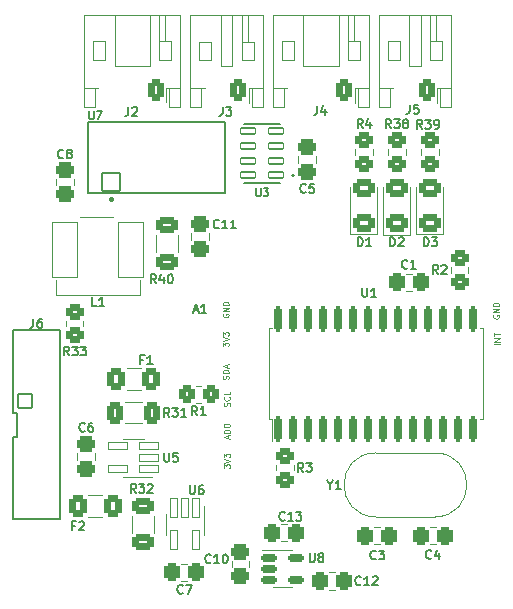
<source format=gto>
G04 #@! TF.GenerationSoftware,KiCad,Pcbnew,(6.0.5)*
G04 #@! TF.CreationDate,2023-01-26T00:06:19-05:00*
G04 #@! TF.ProjectId,sensors,73656e73-6f72-4732-9e6b-696361645f70,rev?*
G04 #@! TF.SameCoordinates,Original*
G04 #@! TF.FileFunction,Legend,Top*
G04 #@! TF.FilePolarity,Positive*
%FSLAX46Y46*%
G04 Gerber Fmt 4.6, Leading zero omitted, Abs format (unit mm)*
G04 Created by KiCad (PCBNEW (6.0.5)) date 2023-01-26 00:06:19*
%MOMM*%
%LPD*%
G01*
G04 APERTURE LIST*
G04 Aperture macros list*
%AMRoundRect*
0 Rectangle with rounded corners*
0 $1 Rounding radius*
0 $2 $3 $4 $5 $6 $7 $8 $9 X,Y pos of 4 corners*
0 Add a 4 corners polygon primitive as box body*
4,1,4,$2,$3,$4,$5,$6,$7,$8,$9,$2,$3,0*
0 Add four circle primitives for the rounded corners*
1,1,$1+$1,$2,$3*
1,1,$1+$1,$4,$5*
1,1,$1+$1,$6,$7*
1,1,$1+$1,$8,$9*
0 Add four rect primitives between the rounded corners*
20,1,$1+$1,$2,$3,$4,$5,0*
20,1,$1+$1,$4,$5,$6,$7,0*
20,1,$1+$1,$6,$7,$8,$9,0*
20,1,$1+$1,$8,$9,$2,$3,0*%
G04 Aperture macros list end*
%ADD10C,0.125000*%
%ADD11C,0.150000*%
%ADD12C,0.120000*%
%ADD13C,0.400000*%
%ADD14C,0.127000*%
%ADD15C,0.200000*%
%ADD16C,5.701600*%
%ADD17RoundRect,0.300800X0.450000X-0.350000X0.450000X0.350000X-0.450000X0.350000X-0.450000X-0.350000X0*%
%ADD18RoundRect,0.300800X-0.450000X0.350000X-0.450000X-0.350000X0.450000X-0.350000X0.450000X0.350000X0*%
%ADD19RoundRect,0.300800X-0.400000X-0.625000X0.400000X-0.625000X0.400000X0.625000X-0.400000X0.625000X0*%
%ADD20RoundRect,0.300801X0.462499X0.624999X-0.462499X0.624999X-0.462499X-0.624999X0.462499X-0.624999X0*%
%ADD21C,3.403600*%
%ADD22C,2.082800*%
%ADD23RoundRect,0.300800X-0.475000X0.337500X-0.475000X-0.337500X0.475000X-0.337500X0.475000X0.337500X0*%
%ADD24C,1.601600*%
%ADD25RoundRect,0.050800X0.780000X0.325000X-0.780000X0.325000X-0.780000X-0.325000X0.780000X-0.325000X0*%
%ADD26RoundRect,0.300800X0.625000X-0.400000X0.625000X0.400000X-0.625000X0.400000X-0.625000X-0.400000X0*%
%ADD27RoundRect,0.200800X-0.512500X-0.150000X0.512500X-0.150000X0.512500X0.150000X-0.512500X0.150000X0*%
%ADD28RoundRect,0.300800X-0.337500X-0.475000X0.337500X-0.475000X0.337500X0.475000X-0.337500X0.475000X0*%
%ADD29C,2.301600*%
%ADD30RoundRect,0.050800X-0.600000X0.600000X-0.600000X-0.600000X0.600000X-0.600000X0.600000X0.600000X0*%
%ADD31C,1.301600*%
%ADD32RoundRect,0.300800X0.337500X0.475000X-0.337500X0.475000X-0.337500X-0.475000X0.337500X-0.475000X0*%
%ADD33RoundRect,0.300800X0.350000X0.625000X-0.350000X0.625000X-0.350000X-0.625000X0.350000X-0.625000X0*%
%ADD34O,1.301600X1.851600*%
%ADD35RoundRect,0.200800X0.150000X-0.875000X0.150000X0.875000X-0.150000X0.875000X-0.150000X-0.875000X0*%
%ADD36RoundRect,0.300801X0.624999X-0.462499X0.624999X0.462499X-0.624999X0.462499X-0.624999X-0.462499X0*%
%ADD37C,1.609600*%
%ADD38RoundRect,0.050800X-0.754000X-0.754000X0.754000X-0.754000X0.754000X0.754000X-0.754000X0.754000X0*%
%ADD39RoundRect,0.050800X-0.325000X0.780000X-0.325000X-0.780000X0.325000X-0.780000X0.325000X0.780000X0*%
%ADD40RoundRect,0.072000X0.633800X0.243800X-0.633800X0.243800X-0.633800X-0.243800X0.633800X-0.243800X0*%
%ADD41RoundRect,0.050800X-1.025000X-2.350000X1.025000X-2.350000X1.025000X2.350000X-1.025000X2.350000X0*%
%ADD42RoundRect,0.300800X0.475000X-0.337500X0.475000X0.337500X-0.475000X0.337500X-0.475000X-0.337500X0*%
%ADD43RoundRect,0.300800X-0.350000X-0.450000X0.350000X-0.450000X0.350000X0.450000X-0.350000X0.450000X0*%
%ADD44C,1.856600*%
G04 APERTURE END LIST*
D10*
X168083333Y-129407142D02*
X168083333Y-129169047D01*
X168226190Y-129454761D02*
X167726190Y-129288095D01*
X168226190Y-129121428D01*
X168226190Y-128954761D02*
X167726190Y-128954761D01*
X167726190Y-128835714D01*
X167750000Y-128764285D01*
X167797619Y-128716666D01*
X167845238Y-128692857D01*
X167940476Y-128669047D01*
X168011904Y-128669047D01*
X168107142Y-128692857D01*
X168154761Y-128716666D01*
X168202380Y-128764285D01*
X168226190Y-128835714D01*
X168226190Y-128954761D01*
X167726190Y-128359523D02*
X167726190Y-128311904D01*
X167750000Y-128264285D01*
X167773809Y-128240476D01*
X167821428Y-128216666D01*
X167916666Y-128192857D01*
X168035714Y-128192857D01*
X168130952Y-128216666D01*
X168178571Y-128240476D01*
X168202380Y-128264285D01*
X168226190Y-128311904D01*
X168226190Y-128359523D01*
X168202380Y-128407142D01*
X168178571Y-128430952D01*
X168130952Y-128454761D01*
X168035714Y-128478571D01*
X167916666Y-128478571D01*
X167821428Y-128454761D01*
X167773809Y-128430952D01*
X167750000Y-128407142D01*
X167726190Y-128359523D01*
X167650000Y-118880952D02*
X167626190Y-118928571D01*
X167626190Y-119000000D01*
X167650000Y-119071428D01*
X167697619Y-119119047D01*
X167745238Y-119142857D01*
X167840476Y-119166666D01*
X167911904Y-119166666D01*
X168007142Y-119142857D01*
X168054761Y-119119047D01*
X168102380Y-119071428D01*
X168126190Y-119000000D01*
X168126190Y-118952380D01*
X168102380Y-118880952D01*
X168078571Y-118857142D01*
X167911904Y-118857142D01*
X167911904Y-118952380D01*
X168126190Y-118642857D02*
X167626190Y-118642857D01*
X168126190Y-118357142D01*
X167626190Y-118357142D01*
X168126190Y-118119047D02*
X167626190Y-118119047D01*
X167626190Y-118000000D01*
X167650000Y-117928571D01*
X167697619Y-117880952D01*
X167745238Y-117857142D01*
X167840476Y-117833333D01*
X167911904Y-117833333D01*
X168007142Y-117857142D01*
X168054761Y-117880952D01*
X168102380Y-117928571D01*
X168126190Y-118000000D01*
X168126190Y-118119047D01*
X190550000Y-118980952D02*
X190526190Y-119028571D01*
X190526190Y-119100000D01*
X190550000Y-119171428D01*
X190597619Y-119219047D01*
X190645238Y-119242857D01*
X190740476Y-119266666D01*
X190811904Y-119266666D01*
X190907142Y-119242857D01*
X190954761Y-119219047D01*
X191002380Y-119171428D01*
X191026190Y-119100000D01*
X191026190Y-119052380D01*
X191002380Y-118980952D01*
X190978571Y-118957142D01*
X190811904Y-118957142D01*
X190811904Y-119052380D01*
X191026190Y-118742857D02*
X190526190Y-118742857D01*
X191026190Y-118457142D01*
X190526190Y-118457142D01*
X191026190Y-118219047D02*
X190526190Y-118219047D01*
X190526190Y-118100000D01*
X190550000Y-118028571D01*
X190597619Y-117980952D01*
X190645238Y-117957142D01*
X190740476Y-117933333D01*
X190811904Y-117933333D01*
X190907142Y-117957142D01*
X190954761Y-117980952D01*
X191002380Y-118028571D01*
X191026190Y-118100000D01*
X191026190Y-118219047D01*
X168202380Y-126695238D02*
X168226190Y-126623809D01*
X168226190Y-126504761D01*
X168202380Y-126457142D01*
X168178571Y-126433333D01*
X168130952Y-126409523D01*
X168083333Y-126409523D01*
X168035714Y-126433333D01*
X168011904Y-126457142D01*
X167988095Y-126504761D01*
X167964285Y-126600000D01*
X167940476Y-126647619D01*
X167916666Y-126671428D01*
X167869047Y-126695238D01*
X167821428Y-126695238D01*
X167773809Y-126671428D01*
X167750000Y-126647619D01*
X167726190Y-126600000D01*
X167726190Y-126480952D01*
X167750000Y-126409523D01*
X168178571Y-125909523D02*
X168202380Y-125933333D01*
X168226190Y-126004761D01*
X168226190Y-126052380D01*
X168202380Y-126123809D01*
X168154761Y-126171428D01*
X168107142Y-126195238D01*
X168011904Y-126219047D01*
X167940476Y-126219047D01*
X167845238Y-126195238D01*
X167797619Y-126171428D01*
X167750000Y-126123809D01*
X167726190Y-126052380D01*
X167726190Y-126004761D01*
X167750000Y-125933333D01*
X167773809Y-125909523D01*
X168226190Y-125457142D02*
X168226190Y-125695238D01*
X167726190Y-125695238D01*
X191126190Y-121452380D02*
X190626190Y-121452380D01*
X191126190Y-121214285D02*
X190626190Y-121214285D01*
X191126190Y-120928571D01*
X190626190Y-120928571D01*
X190626190Y-120761904D02*
X190626190Y-120476190D01*
X191126190Y-120619047D02*
X190626190Y-120619047D01*
X167726190Y-131919047D02*
X167726190Y-131609523D01*
X167916666Y-131776190D01*
X167916666Y-131704761D01*
X167940476Y-131657142D01*
X167964285Y-131633333D01*
X168011904Y-131609523D01*
X168130952Y-131609523D01*
X168178571Y-131633333D01*
X168202380Y-131657142D01*
X168226190Y-131704761D01*
X168226190Y-131847619D01*
X168202380Y-131895238D01*
X168178571Y-131919047D01*
X167726190Y-131466666D02*
X168226190Y-131300000D01*
X167726190Y-131133333D01*
X167726190Y-131014285D02*
X167726190Y-130704761D01*
X167916666Y-130871428D01*
X167916666Y-130800000D01*
X167940476Y-130752380D01*
X167964285Y-130728571D01*
X168011904Y-130704761D01*
X168130952Y-130704761D01*
X168178571Y-130728571D01*
X168202380Y-130752380D01*
X168226190Y-130800000D01*
X168226190Y-130942857D01*
X168202380Y-130990476D01*
X168178571Y-131014285D01*
X167626190Y-121619047D02*
X167626190Y-121309523D01*
X167816666Y-121476190D01*
X167816666Y-121404761D01*
X167840476Y-121357142D01*
X167864285Y-121333333D01*
X167911904Y-121309523D01*
X168030952Y-121309523D01*
X168078571Y-121333333D01*
X168102380Y-121357142D01*
X168126190Y-121404761D01*
X168126190Y-121547619D01*
X168102380Y-121595238D01*
X168078571Y-121619047D01*
X167626190Y-121166666D02*
X168126190Y-121000000D01*
X167626190Y-120833333D01*
X167626190Y-120714285D02*
X167626190Y-120404761D01*
X167816666Y-120571428D01*
X167816666Y-120500000D01*
X167840476Y-120452380D01*
X167864285Y-120428571D01*
X167911904Y-120404761D01*
X168030952Y-120404761D01*
X168078571Y-120428571D01*
X168102380Y-120452380D01*
X168126190Y-120500000D01*
X168126190Y-120642857D01*
X168102380Y-120690476D01*
X168078571Y-120714285D01*
X168102380Y-124407142D02*
X168126190Y-124335714D01*
X168126190Y-124216666D01*
X168102380Y-124169047D01*
X168078571Y-124145238D01*
X168030952Y-124121428D01*
X167983333Y-124121428D01*
X167935714Y-124145238D01*
X167911904Y-124169047D01*
X167888095Y-124216666D01*
X167864285Y-124311904D01*
X167840476Y-124359523D01*
X167816666Y-124383333D01*
X167769047Y-124407142D01*
X167721428Y-124407142D01*
X167673809Y-124383333D01*
X167650000Y-124359523D01*
X167626190Y-124311904D01*
X167626190Y-124192857D01*
X167650000Y-124121428D01*
X168126190Y-123907142D02*
X167626190Y-123907142D01*
X167626190Y-123788095D01*
X167650000Y-123716666D01*
X167697619Y-123669047D01*
X167745238Y-123645238D01*
X167840476Y-123621428D01*
X167911904Y-123621428D01*
X168007142Y-123645238D01*
X168054761Y-123669047D01*
X168102380Y-123716666D01*
X168126190Y-123788095D01*
X168126190Y-123907142D01*
X167983333Y-123430952D02*
X167983333Y-123192857D01*
X168126190Y-123478571D02*
X167626190Y-123311904D01*
X168126190Y-123145238D01*
D11*
X174450000Y-132239285D02*
X174200000Y-131882142D01*
X174021428Y-132239285D02*
X174021428Y-131489285D01*
X174307142Y-131489285D01*
X174378571Y-131525000D01*
X174414285Y-131560714D01*
X174450000Y-131632142D01*
X174450000Y-131739285D01*
X174414285Y-131810714D01*
X174378571Y-131846428D01*
X174307142Y-131882142D01*
X174021428Y-131882142D01*
X174700000Y-131489285D02*
X175164285Y-131489285D01*
X174914285Y-131775000D01*
X175021428Y-131775000D01*
X175092857Y-131810714D01*
X175128571Y-131846428D01*
X175164285Y-131917857D01*
X175164285Y-132096428D01*
X175128571Y-132167857D01*
X175092857Y-132203571D01*
X175021428Y-132239285D01*
X174807142Y-132239285D01*
X174735714Y-132203571D01*
X174700000Y-132167857D01*
X181889857Y-103139285D02*
X181639857Y-102782142D01*
X181461285Y-103139285D02*
X181461285Y-102389285D01*
X181747000Y-102389285D01*
X181818428Y-102425000D01*
X181854142Y-102460714D01*
X181889857Y-102532142D01*
X181889857Y-102639285D01*
X181854142Y-102710714D01*
X181818428Y-102746428D01*
X181747000Y-102782142D01*
X181461285Y-102782142D01*
X182139857Y-102389285D02*
X182604142Y-102389285D01*
X182354142Y-102675000D01*
X182461285Y-102675000D01*
X182532714Y-102710714D01*
X182568428Y-102746428D01*
X182604142Y-102817857D01*
X182604142Y-102996428D01*
X182568428Y-103067857D01*
X182532714Y-103103571D01*
X182461285Y-103139285D01*
X182247000Y-103139285D01*
X182175571Y-103103571D01*
X182139857Y-103067857D01*
X183032714Y-102710714D02*
X182961285Y-102675000D01*
X182925571Y-102639285D01*
X182889857Y-102567857D01*
X182889857Y-102532142D01*
X182925571Y-102460714D01*
X182961285Y-102425000D01*
X183032714Y-102389285D01*
X183175571Y-102389285D01*
X183247000Y-102425000D01*
X183282714Y-102460714D01*
X183318428Y-102532142D01*
X183318428Y-102567857D01*
X183282714Y-102639285D01*
X183247000Y-102675000D01*
X183175571Y-102710714D01*
X183032714Y-102710714D01*
X182961285Y-102746428D01*
X182925571Y-102782142D01*
X182889857Y-102853571D01*
X182889857Y-102996428D01*
X182925571Y-103067857D01*
X182961285Y-103103571D01*
X183032714Y-103139285D01*
X183175571Y-103139285D01*
X183247000Y-103103571D01*
X183282714Y-103067857D01*
X183318428Y-102996428D01*
X183318428Y-102853571D01*
X183282714Y-102782142D01*
X183247000Y-102746428D01*
X183175571Y-102710714D01*
X163117857Y-127589285D02*
X162867857Y-127232142D01*
X162689285Y-127589285D02*
X162689285Y-126839285D01*
X162975000Y-126839285D01*
X163046428Y-126875000D01*
X163082142Y-126910714D01*
X163117857Y-126982142D01*
X163117857Y-127089285D01*
X163082142Y-127160714D01*
X163046428Y-127196428D01*
X162975000Y-127232142D01*
X162689285Y-127232142D01*
X163367857Y-126839285D02*
X163832142Y-126839285D01*
X163582142Y-127125000D01*
X163689285Y-127125000D01*
X163760714Y-127160714D01*
X163796428Y-127196428D01*
X163832142Y-127267857D01*
X163832142Y-127446428D01*
X163796428Y-127517857D01*
X163760714Y-127553571D01*
X163689285Y-127589285D01*
X163475000Y-127589285D01*
X163403571Y-127553571D01*
X163367857Y-127517857D01*
X164546428Y-127589285D02*
X164117857Y-127589285D01*
X164332142Y-127589285D02*
X164332142Y-126839285D01*
X164260714Y-126946428D01*
X164189285Y-127017857D01*
X164117857Y-127053571D01*
X160900000Y-122746428D02*
X160650000Y-122746428D01*
X160650000Y-123139285D02*
X160650000Y-122389285D01*
X161007142Y-122389285D01*
X161685714Y-123139285D02*
X161257142Y-123139285D01*
X161471428Y-123139285D02*
X161471428Y-122389285D01*
X161400000Y-122496428D01*
X161328571Y-122567857D01*
X161257142Y-122603571D01*
X154617857Y-122389285D02*
X154367857Y-122032142D01*
X154189285Y-122389285D02*
X154189285Y-121639285D01*
X154475000Y-121639285D01*
X154546428Y-121675000D01*
X154582142Y-121710714D01*
X154617857Y-121782142D01*
X154617857Y-121889285D01*
X154582142Y-121960714D01*
X154546428Y-121996428D01*
X154475000Y-122032142D01*
X154189285Y-122032142D01*
X154867857Y-121639285D02*
X155332142Y-121639285D01*
X155082142Y-121925000D01*
X155189285Y-121925000D01*
X155260714Y-121960714D01*
X155296428Y-121996428D01*
X155332142Y-122067857D01*
X155332142Y-122246428D01*
X155296428Y-122317857D01*
X155260714Y-122353571D01*
X155189285Y-122389285D01*
X154975000Y-122389285D01*
X154903571Y-122353571D01*
X154867857Y-122317857D01*
X155582142Y-121639285D02*
X156046428Y-121639285D01*
X155796428Y-121925000D01*
X155903571Y-121925000D01*
X155975000Y-121960714D01*
X156010714Y-121996428D01*
X156046428Y-122067857D01*
X156046428Y-122246428D01*
X156010714Y-122317857D01*
X155975000Y-122353571D01*
X155903571Y-122389285D01*
X155689285Y-122389285D01*
X155617857Y-122353571D01*
X155582142Y-122317857D01*
X165164285Y-118582258D02*
X165521428Y-118582258D01*
X165092857Y-118796543D02*
X165342857Y-118046543D01*
X165592857Y-118796543D01*
X166235714Y-118796543D02*
X165807142Y-118796543D01*
X166021428Y-118796543D02*
X166021428Y-118046543D01*
X165950000Y-118153686D01*
X165878571Y-118225115D01*
X165807142Y-118260829D01*
X166617857Y-139892857D02*
X166582142Y-139928571D01*
X166475000Y-139964285D01*
X166403571Y-139964285D01*
X166296428Y-139928571D01*
X166225000Y-139857142D01*
X166189285Y-139785714D01*
X166153571Y-139642857D01*
X166153571Y-139535714D01*
X166189285Y-139392857D01*
X166225000Y-139321428D01*
X166296428Y-139250000D01*
X166403571Y-139214285D01*
X166475000Y-139214285D01*
X166582142Y-139250000D01*
X166617857Y-139285714D01*
X167332142Y-139964285D02*
X166903571Y-139964285D01*
X167117857Y-139964285D02*
X167117857Y-139214285D01*
X167046428Y-139321428D01*
X166975000Y-139392857D01*
X166903571Y-139428571D01*
X167796428Y-139214285D02*
X167867857Y-139214285D01*
X167939285Y-139250000D01*
X167975000Y-139285714D01*
X168010714Y-139357142D01*
X168046428Y-139500000D01*
X168046428Y-139678571D01*
X168010714Y-139821428D01*
X167975000Y-139892857D01*
X167939285Y-139928571D01*
X167867857Y-139964285D01*
X167796428Y-139964285D01*
X167725000Y-139928571D01*
X167689285Y-139892857D01*
X167653571Y-139821428D01*
X167617857Y-139678571D01*
X167617857Y-139500000D01*
X167653571Y-139357142D01*
X167689285Y-139285714D01*
X167725000Y-139250000D01*
X167796428Y-139214285D01*
X176742857Y-133332142D02*
X176742857Y-133689285D01*
X176492857Y-132939285D02*
X176742857Y-133332142D01*
X176992857Y-132939285D01*
X177635714Y-133689285D02*
X177207142Y-133689285D01*
X177421428Y-133689285D02*
X177421428Y-132939285D01*
X177350000Y-133046428D01*
X177278571Y-133117857D01*
X177207142Y-133153571D01*
X184517857Y-103189285D02*
X184267857Y-102832142D01*
X184089285Y-103189285D02*
X184089285Y-102439285D01*
X184375000Y-102439285D01*
X184446428Y-102475000D01*
X184482142Y-102510714D01*
X184517857Y-102582142D01*
X184517857Y-102689285D01*
X184482142Y-102760714D01*
X184446428Y-102796428D01*
X184375000Y-102832142D01*
X184089285Y-102832142D01*
X184767857Y-102439285D02*
X185232142Y-102439285D01*
X184982142Y-102725000D01*
X185089285Y-102725000D01*
X185160714Y-102760714D01*
X185196428Y-102796428D01*
X185232142Y-102867857D01*
X185232142Y-103046428D01*
X185196428Y-103117857D01*
X185160714Y-103153571D01*
X185089285Y-103189285D01*
X184875000Y-103189285D01*
X184803571Y-103153571D01*
X184767857Y-103117857D01*
X185589285Y-103189285D02*
X185732142Y-103189285D01*
X185803571Y-103153571D01*
X185839285Y-103117857D01*
X185910714Y-103010714D01*
X185946428Y-102867857D01*
X185946428Y-102582142D01*
X185910714Y-102510714D01*
X185875000Y-102475000D01*
X185803571Y-102439285D01*
X185660714Y-102439285D01*
X185589285Y-102475000D01*
X185553571Y-102510714D01*
X185517857Y-102582142D01*
X185517857Y-102760714D01*
X185553571Y-102832142D01*
X185589285Y-102867857D01*
X185660714Y-102903571D01*
X185803571Y-102903571D01*
X185875000Y-102867857D01*
X185910714Y-102832142D01*
X185946428Y-102760714D01*
X162661856Y-130646895D02*
X162661856Y-131254038D01*
X162697570Y-131325467D01*
X162733285Y-131361181D01*
X162804713Y-131396895D01*
X162947570Y-131396895D01*
X163018999Y-131361181D01*
X163054713Y-131325467D01*
X163090427Y-131254038D01*
X163090427Y-130646895D01*
X163804713Y-130646895D02*
X163447570Y-130646895D01*
X163411856Y-131004038D01*
X163447570Y-130968324D01*
X163518999Y-130932610D01*
X163697570Y-130932610D01*
X163768999Y-130968324D01*
X163804713Y-131004038D01*
X163840427Y-131075467D01*
X163840427Y-131254038D01*
X163804713Y-131325467D01*
X163768999Y-131361181D01*
X163697570Y-131396895D01*
X163518999Y-131396895D01*
X163447570Y-131361181D01*
X163411856Y-131325467D01*
X161977857Y-116279285D02*
X161727857Y-115922142D01*
X161549285Y-116279285D02*
X161549285Y-115529285D01*
X161835000Y-115529285D01*
X161906428Y-115565000D01*
X161942142Y-115600714D01*
X161977857Y-115672142D01*
X161977857Y-115779285D01*
X161942142Y-115850714D01*
X161906428Y-115886428D01*
X161835000Y-115922142D01*
X161549285Y-115922142D01*
X162620714Y-115779285D02*
X162620714Y-116279285D01*
X162442142Y-115493571D02*
X162263571Y-116029285D01*
X162727857Y-116029285D01*
X163156428Y-115529285D02*
X163227857Y-115529285D01*
X163299285Y-115565000D01*
X163335000Y-115600714D01*
X163370714Y-115672142D01*
X163406428Y-115815000D01*
X163406428Y-115993571D01*
X163370714Y-116136428D01*
X163335000Y-116207857D01*
X163299285Y-116243571D01*
X163227857Y-116279285D01*
X163156428Y-116279285D01*
X163085000Y-116243571D01*
X163049285Y-116207857D01*
X163013571Y-116136428D01*
X162977857Y-115993571D01*
X162977857Y-115815000D01*
X163013571Y-115672142D01*
X163049285Y-115600714D01*
X163085000Y-115565000D01*
X163156428Y-115529285D01*
X179475000Y-103114285D02*
X179225000Y-102757142D01*
X179046428Y-103114285D02*
X179046428Y-102364285D01*
X179332142Y-102364285D01*
X179403571Y-102400000D01*
X179439285Y-102435714D01*
X179475000Y-102507142D01*
X179475000Y-102614285D01*
X179439285Y-102685714D01*
X179403571Y-102721428D01*
X179332142Y-102757142D01*
X179046428Y-102757142D01*
X180117857Y-102614285D02*
X180117857Y-103114285D01*
X179939285Y-102328571D02*
X179760714Y-102864285D01*
X180225000Y-102864285D01*
X174978571Y-139139285D02*
X174978571Y-139746428D01*
X175014285Y-139817857D01*
X175050000Y-139853571D01*
X175121428Y-139889285D01*
X175264285Y-139889285D01*
X175335714Y-139853571D01*
X175371428Y-139817857D01*
X175407142Y-139746428D01*
X175407142Y-139139285D01*
X175871428Y-139460714D02*
X175800000Y-139425000D01*
X175764285Y-139389285D01*
X175728571Y-139317857D01*
X175728571Y-139282142D01*
X175764285Y-139210714D01*
X175800000Y-139175000D01*
X175871428Y-139139285D01*
X176014285Y-139139285D01*
X176085714Y-139175000D01*
X176121428Y-139210714D01*
X176157142Y-139282142D01*
X176157142Y-139317857D01*
X176121428Y-139389285D01*
X176085714Y-139425000D01*
X176014285Y-139460714D01*
X175871428Y-139460714D01*
X175800000Y-139496428D01*
X175764285Y-139532142D01*
X175728571Y-139603571D01*
X175728571Y-139746428D01*
X175764285Y-139817857D01*
X175800000Y-139853571D01*
X175871428Y-139889285D01*
X176014285Y-139889285D01*
X176085714Y-139853571D01*
X176121428Y-139817857D01*
X176157142Y-139746428D01*
X176157142Y-139603571D01*
X176121428Y-139532142D01*
X176085714Y-139496428D01*
X176014285Y-139460714D01*
X164242300Y-142486257D02*
X164206585Y-142521971D01*
X164099442Y-142557685D01*
X164028014Y-142557685D01*
X163920871Y-142521971D01*
X163849442Y-142450542D01*
X163813728Y-142379114D01*
X163778014Y-142236257D01*
X163778014Y-142129114D01*
X163813728Y-141986257D01*
X163849442Y-141914828D01*
X163920871Y-141843400D01*
X164028014Y-141807685D01*
X164099442Y-141807685D01*
X164206585Y-141843400D01*
X164242300Y-141879114D01*
X164492300Y-141807685D02*
X164992300Y-141807685D01*
X164670871Y-142557685D01*
X160278357Y-134023285D02*
X160028357Y-133666142D01*
X159849785Y-134023285D02*
X159849785Y-133273285D01*
X160135500Y-133273285D01*
X160206928Y-133309000D01*
X160242642Y-133344714D01*
X160278357Y-133416142D01*
X160278357Y-133523285D01*
X160242642Y-133594714D01*
X160206928Y-133630428D01*
X160135500Y-133666142D01*
X159849785Y-133666142D01*
X160528357Y-133273285D02*
X160992642Y-133273285D01*
X160742642Y-133559000D01*
X160849785Y-133559000D01*
X160921214Y-133594714D01*
X160956928Y-133630428D01*
X160992642Y-133701857D01*
X160992642Y-133880428D01*
X160956928Y-133951857D01*
X160921214Y-133987571D01*
X160849785Y-134023285D01*
X160635500Y-134023285D01*
X160564071Y-133987571D01*
X160528357Y-133951857D01*
X161278357Y-133344714D02*
X161314071Y-133309000D01*
X161385500Y-133273285D01*
X161564071Y-133273285D01*
X161635500Y-133309000D01*
X161671214Y-133344714D01*
X161706928Y-133416142D01*
X161706928Y-133487571D01*
X161671214Y-133594714D01*
X161242642Y-134023285D01*
X161706928Y-134023285D01*
X151605000Y-119299285D02*
X151605000Y-119835000D01*
X151569285Y-119942142D01*
X151497857Y-120013571D01*
X151390714Y-120049285D01*
X151319285Y-120049285D01*
X152283571Y-119299285D02*
X152140714Y-119299285D01*
X152069285Y-119335000D01*
X152033571Y-119370714D01*
X151962142Y-119477857D01*
X151926428Y-119620714D01*
X151926428Y-119906428D01*
X151962142Y-119977857D01*
X151997857Y-120013571D01*
X152069285Y-120049285D01*
X152212142Y-120049285D01*
X152283571Y-120013571D01*
X152319285Y-119977857D01*
X152355000Y-119906428D01*
X152355000Y-119727857D01*
X152319285Y-119656428D01*
X152283571Y-119620714D01*
X152212142Y-119585000D01*
X152069285Y-119585000D01*
X151997857Y-119620714D01*
X151962142Y-119656428D01*
X151926428Y-119727857D01*
X180574500Y-139590599D02*
X180538785Y-139626313D01*
X180431642Y-139662027D01*
X180360214Y-139662027D01*
X180253071Y-139626313D01*
X180181642Y-139554884D01*
X180145928Y-139483456D01*
X180110214Y-139340599D01*
X180110214Y-139233456D01*
X180145928Y-139090599D01*
X180181642Y-139019170D01*
X180253071Y-138947742D01*
X180360214Y-138912027D01*
X180431642Y-138912027D01*
X180538785Y-138947742D01*
X180574500Y-138983456D01*
X180824500Y-138912027D02*
X181288785Y-138912027D01*
X181038785Y-139197742D01*
X181145928Y-139197742D01*
X181217357Y-139233456D01*
X181253071Y-139269170D01*
X181288785Y-139340599D01*
X181288785Y-139519170D01*
X181253071Y-139590599D01*
X181217357Y-139626313D01*
X181145928Y-139662027D01*
X180931642Y-139662027D01*
X180860214Y-139626313D01*
X180824500Y-139590599D01*
X167616607Y-101337595D02*
X167616607Y-101873310D01*
X167580892Y-101980452D01*
X167509464Y-102051881D01*
X167402321Y-102087595D01*
X167330892Y-102087595D01*
X167902321Y-101337595D02*
X168366607Y-101337595D01*
X168116607Y-101623310D01*
X168223749Y-101623310D01*
X168295178Y-101659024D01*
X168330892Y-101694738D01*
X168366607Y-101766167D01*
X168366607Y-101944738D01*
X168330892Y-102016167D01*
X168295178Y-102051881D01*
X168223749Y-102087595D01*
X168009464Y-102087595D01*
X167938035Y-102051881D01*
X167902321Y-102016167D01*
X179428571Y-116689285D02*
X179428571Y-117296428D01*
X179464285Y-117367857D01*
X179500000Y-117403571D01*
X179571428Y-117439285D01*
X179714285Y-117439285D01*
X179785714Y-117403571D01*
X179821428Y-117367857D01*
X179857142Y-117296428D01*
X179857142Y-116689285D01*
X180607142Y-117439285D02*
X180178571Y-117439285D01*
X180392857Y-117439285D02*
X180392857Y-116689285D01*
X180321428Y-116796428D01*
X180250000Y-116867857D01*
X180178571Y-116903571D01*
X179046428Y-113139285D02*
X179046428Y-112389285D01*
X179225000Y-112389285D01*
X179332142Y-112425000D01*
X179403571Y-112496428D01*
X179439285Y-112567857D01*
X179475000Y-112710714D01*
X179475000Y-112817857D01*
X179439285Y-112960714D01*
X179403571Y-113032142D01*
X179332142Y-113103571D01*
X179225000Y-113139285D01*
X179046428Y-113139285D01*
X180189285Y-113139285D02*
X179760714Y-113139285D01*
X179975000Y-113139285D02*
X179975000Y-112389285D01*
X179903571Y-112496428D01*
X179832142Y-112567857D01*
X179760714Y-112603571D01*
X156340857Y-101738428D02*
X156340857Y-102258142D01*
X156371428Y-102319285D01*
X156402000Y-102349857D01*
X156463142Y-102380428D01*
X156585428Y-102380428D01*
X156646571Y-102349857D01*
X156677142Y-102319285D01*
X156707714Y-102258142D01*
X156707714Y-101738428D01*
X156952285Y-101738428D02*
X157380285Y-101738428D01*
X157105142Y-102380428D01*
X184646428Y-113139285D02*
X184646428Y-112389285D01*
X184825000Y-112389285D01*
X184932142Y-112425000D01*
X185003571Y-112496428D01*
X185039285Y-112567857D01*
X185075000Y-112710714D01*
X185075000Y-112817857D01*
X185039285Y-112960714D01*
X185003571Y-113032142D01*
X184932142Y-113103571D01*
X184825000Y-113139285D01*
X184646428Y-113139285D01*
X185325000Y-112389285D02*
X185789285Y-112389285D01*
X185539285Y-112675000D01*
X185646428Y-112675000D01*
X185717857Y-112710714D01*
X185753571Y-112746428D01*
X185789285Y-112817857D01*
X185789285Y-112996428D01*
X185753571Y-113067857D01*
X185717857Y-113103571D01*
X185646428Y-113139285D01*
X185432142Y-113139285D01*
X185360714Y-113103571D01*
X185325000Y-113067857D01*
X155125000Y-136796428D02*
X154875000Y-136796428D01*
X154875000Y-137189285D02*
X154875000Y-136439285D01*
X155232142Y-136439285D01*
X155482142Y-136510714D02*
X155517857Y-136475000D01*
X155589285Y-136439285D01*
X155767857Y-136439285D01*
X155839285Y-136475000D01*
X155875000Y-136510714D01*
X155910714Y-136582142D01*
X155910714Y-136653571D01*
X155875000Y-136760714D01*
X155446428Y-137189285D01*
X155910714Y-137189285D01*
X164828571Y-133389285D02*
X164828571Y-133996428D01*
X164864285Y-134067857D01*
X164900000Y-134103571D01*
X164971428Y-134139285D01*
X165114285Y-134139285D01*
X165185714Y-134103571D01*
X165221428Y-134067857D01*
X165257142Y-133996428D01*
X165257142Y-133389285D01*
X165935714Y-133389285D02*
X165792857Y-133389285D01*
X165721428Y-133425000D01*
X165685714Y-133460714D01*
X165614285Y-133567857D01*
X165578571Y-133710714D01*
X165578571Y-133996428D01*
X165614285Y-134067857D01*
X165650000Y-134103571D01*
X165721428Y-134139285D01*
X165864285Y-134139285D01*
X165935714Y-134103571D01*
X165971428Y-134067857D01*
X166007142Y-133996428D01*
X166007142Y-133817857D01*
X165971428Y-133746428D01*
X165935714Y-133710714D01*
X165864285Y-133675000D01*
X165721428Y-133675000D01*
X165650000Y-133710714D01*
X165614285Y-133746428D01*
X165578571Y-133817857D01*
X174662200Y-108555357D02*
X174626485Y-108591071D01*
X174519342Y-108626785D01*
X174447914Y-108626785D01*
X174340771Y-108591071D01*
X174269342Y-108519642D01*
X174233628Y-108448214D01*
X174197914Y-108305357D01*
X174197914Y-108198214D01*
X174233628Y-108055357D01*
X174269342Y-107983928D01*
X174340771Y-107912500D01*
X174447914Y-107876785D01*
X174519342Y-107876785D01*
X174626485Y-107912500D01*
X174662200Y-107948214D01*
X175340771Y-107876785D02*
X174983628Y-107876785D01*
X174947914Y-108233928D01*
X174983628Y-108198214D01*
X175055057Y-108162500D01*
X175233628Y-108162500D01*
X175305057Y-108198214D01*
X175340771Y-108233928D01*
X175376485Y-108305357D01*
X175376485Y-108483928D01*
X175340771Y-108555357D01*
X175305057Y-108591071D01*
X175233628Y-108626785D01*
X175055057Y-108626785D01*
X174983628Y-108591071D01*
X174947914Y-108555357D01*
X181796428Y-113139285D02*
X181796428Y-112389285D01*
X181975000Y-112389285D01*
X182082142Y-112425000D01*
X182153571Y-112496428D01*
X182189285Y-112567857D01*
X182225000Y-112710714D01*
X182225000Y-112817857D01*
X182189285Y-112960714D01*
X182153571Y-113032142D01*
X182082142Y-113103571D01*
X181975000Y-113139285D01*
X181796428Y-113139285D01*
X182510714Y-112460714D02*
X182546428Y-112425000D01*
X182617857Y-112389285D01*
X182796428Y-112389285D01*
X182867857Y-112425000D01*
X182903571Y-112460714D01*
X182939285Y-112532142D01*
X182939285Y-112603571D01*
X182903571Y-112710714D01*
X182475000Y-113139285D01*
X182939285Y-113139285D01*
X175641607Y-101262595D02*
X175641607Y-101798310D01*
X175605892Y-101905452D01*
X175534464Y-101976881D01*
X175427321Y-102012595D01*
X175355892Y-102012595D01*
X176320178Y-101512595D02*
X176320178Y-102012595D01*
X176141607Y-101226881D02*
X175963035Y-101762595D01*
X176427321Y-101762595D01*
X179317857Y-141767857D02*
X179282142Y-141803571D01*
X179175000Y-141839285D01*
X179103571Y-141839285D01*
X178996428Y-141803571D01*
X178925000Y-141732142D01*
X178889285Y-141660714D01*
X178853571Y-141517857D01*
X178853571Y-141410714D01*
X178889285Y-141267857D01*
X178925000Y-141196428D01*
X178996428Y-141125000D01*
X179103571Y-141089285D01*
X179175000Y-141089285D01*
X179282142Y-141125000D01*
X179317857Y-141160714D01*
X180032142Y-141839285D02*
X179603571Y-141839285D01*
X179817857Y-141839285D02*
X179817857Y-141089285D01*
X179746428Y-141196428D01*
X179675000Y-141267857D01*
X179603571Y-141303571D01*
X180317857Y-141160714D02*
X180353571Y-141125000D01*
X180425000Y-141089285D01*
X180603571Y-141089285D01*
X180675000Y-141125000D01*
X180710714Y-141160714D01*
X180746428Y-141232142D01*
X180746428Y-141303571D01*
X180710714Y-141410714D01*
X180282142Y-141839285D01*
X180746428Y-141839285D01*
X183263000Y-114981857D02*
X183227285Y-115017571D01*
X183120142Y-115053285D01*
X183048714Y-115053285D01*
X182941571Y-115017571D01*
X182870142Y-114946142D01*
X182834428Y-114874714D01*
X182798714Y-114731857D01*
X182798714Y-114624714D01*
X182834428Y-114481857D01*
X182870142Y-114410428D01*
X182941571Y-114339000D01*
X183048714Y-114303285D01*
X183120142Y-114303285D01*
X183227285Y-114339000D01*
X183263000Y-114374714D01*
X183977285Y-115053285D02*
X183548714Y-115053285D01*
X183763000Y-115053285D02*
X183763000Y-114303285D01*
X183691571Y-114410428D01*
X183620142Y-114481857D01*
X183548714Y-114517571D01*
X170471873Y-108250542D02*
X170471873Y-108769180D01*
X170502381Y-108830196D01*
X170532889Y-108860704D01*
X170593905Y-108891212D01*
X170715938Y-108891212D01*
X170776954Y-108860704D01*
X170807462Y-108830196D01*
X170837970Y-108769180D01*
X170837970Y-108250542D01*
X171082035Y-108250542D02*
X171478640Y-108250542D01*
X171265083Y-108494607D01*
X171356608Y-108494607D01*
X171417624Y-108525115D01*
X171448132Y-108555623D01*
X171478640Y-108616640D01*
X171478640Y-108769180D01*
X171448132Y-108830196D01*
X171417624Y-108860704D01*
X171356608Y-108891212D01*
X171173559Y-108891212D01*
X171112543Y-108860704D01*
X171082035Y-108830196D01*
X185300000Y-139542857D02*
X185264285Y-139578571D01*
X185157142Y-139614285D01*
X185085714Y-139614285D01*
X184978571Y-139578571D01*
X184907142Y-139507142D01*
X184871428Y-139435714D01*
X184835714Y-139292857D01*
X184835714Y-139185714D01*
X184871428Y-139042857D01*
X184907142Y-138971428D01*
X184978571Y-138900000D01*
X185085714Y-138864285D01*
X185157142Y-138864285D01*
X185264285Y-138900000D01*
X185300000Y-138935714D01*
X185942857Y-139114285D02*
X185942857Y-139614285D01*
X185764285Y-138828571D02*
X185585714Y-139364285D01*
X186050000Y-139364285D01*
X156950000Y-118214285D02*
X156592857Y-118214285D01*
X156592857Y-117464285D01*
X157592857Y-118214285D02*
X157164285Y-118214285D01*
X157378571Y-118214285D02*
X157378571Y-117464285D01*
X157307142Y-117571428D01*
X157235714Y-117642857D01*
X157164285Y-117678571D01*
X159641607Y-101362595D02*
X159641607Y-101898310D01*
X159605892Y-102005452D01*
X159534464Y-102076881D01*
X159427321Y-102112595D01*
X159355892Y-102112595D01*
X159963035Y-101434024D02*
X159998749Y-101398310D01*
X160070178Y-101362595D01*
X160248749Y-101362595D01*
X160320178Y-101398310D01*
X160355892Y-101434024D01*
X160391607Y-101505452D01*
X160391607Y-101576881D01*
X160355892Y-101684024D01*
X159927321Y-102112595D01*
X160391607Y-102112595D01*
X154119500Y-105645857D02*
X154083785Y-105681571D01*
X153976642Y-105717285D01*
X153905214Y-105717285D01*
X153798071Y-105681571D01*
X153726642Y-105610142D01*
X153690928Y-105538714D01*
X153655214Y-105395857D01*
X153655214Y-105288714D01*
X153690928Y-105145857D01*
X153726642Y-105074428D01*
X153798071Y-105003000D01*
X153905214Y-104967285D01*
X153976642Y-104967285D01*
X154083785Y-105003000D01*
X154119500Y-105038714D01*
X154548071Y-105288714D02*
X154476642Y-105253000D01*
X154440928Y-105217285D01*
X154405214Y-105145857D01*
X154405214Y-105110142D01*
X154440928Y-105038714D01*
X154476642Y-105003000D01*
X154548071Y-104967285D01*
X154690928Y-104967285D01*
X154762357Y-105003000D01*
X154798071Y-105038714D01*
X154833785Y-105110142D01*
X154833785Y-105145857D01*
X154798071Y-105217285D01*
X154762357Y-105253000D01*
X154690928Y-105288714D01*
X154548071Y-105288714D01*
X154476642Y-105324428D01*
X154440928Y-105360142D01*
X154405214Y-105431571D01*
X154405214Y-105574428D01*
X154440928Y-105645857D01*
X154476642Y-105681571D01*
X154548071Y-105717285D01*
X154690928Y-105717285D01*
X154762357Y-105681571D01*
X154798071Y-105645857D01*
X154833785Y-105574428D01*
X154833785Y-105431571D01*
X154798071Y-105360142D01*
X154762357Y-105324428D01*
X154690928Y-105288714D01*
X185863652Y-115487246D02*
X185613652Y-115130103D01*
X185435080Y-115487246D02*
X185435080Y-114737246D01*
X185720794Y-114737246D01*
X185792223Y-114772961D01*
X185827937Y-114808675D01*
X185863652Y-114880103D01*
X185863652Y-114987246D01*
X185827937Y-115058675D01*
X185792223Y-115094389D01*
X185720794Y-115130103D01*
X185435080Y-115130103D01*
X186149366Y-114808675D02*
X186185080Y-114772961D01*
X186256509Y-114737246D01*
X186435080Y-114737246D01*
X186506509Y-114772961D01*
X186542223Y-114808675D01*
X186577937Y-114880103D01*
X186577937Y-114951532D01*
X186542223Y-115058675D01*
X186113652Y-115487246D01*
X186577937Y-115487246D01*
X167312357Y-111570857D02*
X167276642Y-111606571D01*
X167169500Y-111642285D01*
X167098071Y-111642285D01*
X166990928Y-111606571D01*
X166919500Y-111535142D01*
X166883785Y-111463714D01*
X166848071Y-111320857D01*
X166848071Y-111213714D01*
X166883785Y-111070857D01*
X166919500Y-110999428D01*
X166990928Y-110928000D01*
X167098071Y-110892285D01*
X167169500Y-110892285D01*
X167276642Y-110928000D01*
X167312357Y-110963714D01*
X168026642Y-111642285D02*
X167598071Y-111642285D01*
X167812357Y-111642285D02*
X167812357Y-110892285D01*
X167740928Y-110999428D01*
X167669500Y-111070857D01*
X167598071Y-111106571D01*
X168740928Y-111642285D02*
X168312357Y-111642285D01*
X168526642Y-111642285D02*
X168526642Y-110892285D01*
X168455214Y-110999428D01*
X168383785Y-111070857D01*
X168312357Y-111106571D01*
X183466607Y-101162595D02*
X183466607Y-101698310D01*
X183430892Y-101805452D01*
X183359464Y-101876881D01*
X183252321Y-101912595D01*
X183180892Y-101912595D01*
X184180892Y-101162595D02*
X183823749Y-101162595D01*
X183788035Y-101519738D01*
X183823749Y-101484024D01*
X183895178Y-101448310D01*
X184073749Y-101448310D01*
X184145178Y-101484024D01*
X184180892Y-101519738D01*
X184216607Y-101591167D01*
X184216607Y-101769738D01*
X184180892Y-101841167D01*
X184145178Y-101876881D01*
X184073749Y-101912595D01*
X183895178Y-101912595D01*
X183823749Y-101876881D01*
X183788035Y-101841167D01*
X172867857Y-136317857D02*
X172832142Y-136353571D01*
X172725000Y-136389285D01*
X172653571Y-136389285D01*
X172546428Y-136353571D01*
X172475000Y-136282142D01*
X172439285Y-136210714D01*
X172403571Y-136067857D01*
X172403571Y-135960714D01*
X172439285Y-135817857D01*
X172475000Y-135746428D01*
X172546428Y-135675000D01*
X172653571Y-135639285D01*
X172725000Y-135639285D01*
X172832142Y-135675000D01*
X172867857Y-135710714D01*
X173582142Y-136389285D02*
X173153571Y-136389285D01*
X173367857Y-136389285D02*
X173367857Y-135639285D01*
X173296428Y-135746428D01*
X173225000Y-135817857D01*
X173153571Y-135853571D01*
X173832142Y-135639285D02*
X174296428Y-135639285D01*
X174046428Y-135925000D01*
X174153571Y-135925000D01*
X174225000Y-135960714D01*
X174260714Y-135996428D01*
X174296428Y-136067857D01*
X174296428Y-136246428D01*
X174260714Y-136317857D01*
X174225000Y-136353571D01*
X174153571Y-136389285D01*
X173939285Y-136389285D01*
X173867857Y-136353571D01*
X173832142Y-136317857D01*
X165475000Y-127439285D02*
X165225000Y-127082142D01*
X165046428Y-127439285D02*
X165046428Y-126689285D01*
X165332142Y-126689285D01*
X165403571Y-126725000D01*
X165439285Y-126760714D01*
X165475000Y-126832142D01*
X165475000Y-126939285D01*
X165439285Y-127010714D01*
X165403571Y-127046428D01*
X165332142Y-127082142D01*
X165046428Y-127082142D01*
X166189285Y-127439285D02*
X165760714Y-127439285D01*
X165975000Y-127439285D02*
X165975000Y-126689285D01*
X165903571Y-126796428D01*
X165832142Y-126867857D01*
X165760714Y-126903571D01*
X155950000Y-128767857D02*
X155914285Y-128803571D01*
X155807142Y-128839285D01*
X155735714Y-128839285D01*
X155628571Y-128803571D01*
X155557142Y-128732142D01*
X155521428Y-128660714D01*
X155485714Y-128517857D01*
X155485714Y-128410714D01*
X155521428Y-128267857D01*
X155557142Y-128196428D01*
X155628571Y-128125000D01*
X155735714Y-128089285D01*
X155807142Y-128089285D01*
X155914285Y-128125000D01*
X155950000Y-128160714D01*
X156592857Y-128089285D02*
X156450000Y-128089285D01*
X156378571Y-128125000D01*
X156342857Y-128160714D01*
X156271428Y-128267857D01*
X156235714Y-128410714D01*
X156235714Y-128696428D01*
X156271428Y-128767857D01*
X156307142Y-128803571D01*
X156378571Y-128839285D01*
X156521428Y-128839285D01*
X156592857Y-128803571D01*
X156628571Y-128767857D01*
X156664285Y-128696428D01*
X156664285Y-128517857D01*
X156628571Y-128446428D01*
X156592857Y-128410714D01*
X156521428Y-128375000D01*
X156378571Y-128375000D01*
X156307142Y-128410714D01*
X156271428Y-128446428D01*
X156235714Y-128517857D01*
D12*
X173635000Y-132127064D02*
X173635000Y-131672936D01*
X172165000Y-132127064D02*
X172165000Y-131672936D01*
X181637000Y-104928936D02*
X181637000Y-105383064D01*
X183107000Y-104928936D02*
X183107000Y-105383064D01*
X159320260Y-128150000D02*
X160774388Y-128150000D01*
X159320260Y-126330000D02*
X160774388Y-126330000D01*
X160700796Y-123475000D02*
X159496668Y-123475000D01*
X160700796Y-125295000D02*
X159496668Y-125295000D01*
X155835000Y-119472936D02*
X155835000Y-119927064D01*
X154365000Y-119472936D02*
X154365000Y-119927064D01*
X169848200Y-139798248D02*
X169848200Y-140320752D01*
X168378200Y-139798248D02*
X168378200Y-140320752D01*
X180594000Y-130650000D02*
X185594000Y-130650000D01*
X180594000Y-136050000D02*
X185594000Y-136050000D01*
X180594000Y-130650000D02*
G75*
G03*
X180594000Y-136050000I0J-2700000D01*
G01*
X185594000Y-136050000D02*
G75*
G03*
X185594000Y-130650000I0J2700000D01*
G01*
X184431000Y-104928936D02*
X184431000Y-105383064D01*
X185901000Y-104928936D02*
X185901000Y-105383064D01*
X159173324Y-132660000D02*
X161623324Y-132660000D01*
X160973324Y-129440000D02*
X159173324Y-129440000D01*
X161990000Y-113627064D02*
X161990000Y-112172936D01*
X163810000Y-113627064D02*
X163810000Y-112172936D01*
X180313000Y-104928936D02*
X180313000Y-105383064D01*
X178843000Y-104928936D02*
X178843000Y-105383064D01*
X172720000Y-142022000D02*
X171920000Y-142022000D01*
X172720000Y-138902000D02*
X170920000Y-138902000D01*
X172720000Y-142022000D02*
X173520000Y-142022000D01*
X172720000Y-138902000D02*
X173520000Y-138902000D01*
X164098663Y-141490971D02*
X164621167Y-141490971D01*
X164098663Y-140020971D02*
X164621167Y-140020971D01*
X161793600Y-137408264D02*
X161793600Y-135954136D01*
X159973600Y-137408264D02*
X159973600Y-135954136D01*
D11*
X149880000Y-129260000D02*
X149880000Y-136260000D01*
X150180000Y-127260000D02*
X150180000Y-129260000D01*
X149880000Y-127260000D02*
X150180000Y-127260000D01*
X149880000Y-120260000D02*
X149880000Y-127260000D01*
X149880000Y-136260000D02*
X153880000Y-136260000D01*
X153880000Y-136260000D02*
X153880000Y-120260000D01*
X153880000Y-120260000D02*
X149880000Y-120260000D01*
X150180000Y-129260000D02*
X149880000Y-129260000D01*
D12*
X180960752Y-138377742D02*
X180438248Y-138377742D01*
X180960752Y-136907742D02*
X180438248Y-136907742D01*
X169749696Y-95821600D02*
X169749696Y-93561600D01*
X170249696Y-97421600D02*
X170249696Y-95821600D01*
X167449696Y-97921600D02*
X167449696Y-93561600D01*
X164889696Y-101381600D02*
X165809696Y-101381600D01*
X165649696Y-95821600D02*
X166649696Y-95821600D01*
X169249696Y-95821600D02*
X169249696Y-97421600D01*
X170249696Y-95821600D02*
X169249696Y-95821600D01*
X164889696Y-99781600D02*
X165809696Y-99781600D01*
X165809696Y-99781600D02*
X166089696Y-99781600D01*
X168449696Y-93561600D02*
X168449696Y-97921600D01*
X165809696Y-101381600D02*
X165809696Y-99781600D01*
X168449696Y-97921600D02*
X167449696Y-97921600D01*
X169809696Y-99781600D02*
X170089696Y-99781600D01*
X171009696Y-93561600D02*
X164889696Y-93561600D01*
X171009696Y-99781600D02*
X170089696Y-99781600D01*
X166649696Y-97421600D02*
X165649696Y-97421600D01*
X169249696Y-97421600D02*
X170249696Y-97421600D01*
X169809696Y-99781600D02*
X169809696Y-100996600D01*
X169249696Y-95821600D02*
X169249696Y-93561600D01*
X164889696Y-93561600D02*
X164889696Y-101381600D01*
X171009696Y-101381600D02*
X171009696Y-93561600D01*
X170089696Y-99781600D02*
X170089696Y-101381600D01*
X170089696Y-101381600D02*
X171009696Y-101381600D01*
X165649696Y-97421600D02*
X165649696Y-95821600D01*
X166649696Y-95821600D02*
X166649696Y-97421600D01*
X189654000Y-127812000D02*
X189409000Y-127812000D01*
X189654000Y-120092000D02*
X189409000Y-120092000D01*
X171534000Y-127812000D02*
X171779000Y-127812000D01*
X189654000Y-123952000D02*
X189654000Y-127812000D01*
X171534000Y-120092000D02*
X171779000Y-120092000D01*
X171534000Y-123952000D02*
X171534000Y-127812000D01*
X189654000Y-123952000D02*
X189654000Y-120092000D01*
X171534000Y-123952000D02*
X171534000Y-120092000D01*
X171779000Y-127812000D02*
X171779000Y-129627000D01*
X178443000Y-108091500D02*
X178443000Y-112151500D01*
X180713000Y-112151500D02*
X180713000Y-108091500D01*
X178443000Y-112151500D02*
X180713000Y-112151500D01*
D13*
X158180000Y-109156000D02*
G75*
G03*
X158180000Y-109156000I0J0D01*
G01*
D14*
X167790000Y-102600000D02*
X167790000Y-108600000D01*
X167790000Y-108600000D02*
X156190000Y-108600000D01*
X156190000Y-108600000D02*
X156190000Y-102600000D01*
X156190000Y-102600000D02*
X167790000Y-102600000D01*
D12*
X184031000Y-108091500D02*
X184031000Y-112151500D01*
X184031000Y-112151500D02*
X186301000Y-112151500D01*
X186301000Y-112151500D02*
X186301000Y-108091500D01*
X157439564Y-136060000D02*
X156235436Y-136060000D01*
X157439564Y-134240000D02*
X156235436Y-134240000D01*
X162829600Y-135781200D02*
X162829600Y-137581200D01*
X166049600Y-137581200D02*
X166049600Y-135131200D01*
X175505000Y-105538748D02*
X175505000Y-106061252D01*
X174035000Y-105538748D02*
X174035000Y-106061252D01*
X181237000Y-108128000D02*
X181237000Y-112188000D01*
X183507000Y-112188000D02*
X183507000Y-108128000D01*
X181237000Y-112188000D02*
X183507000Y-112188000D01*
X177430637Y-97910000D02*
X174430637Y-97910000D01*
X172790637Y-101370000D02*
X172790637Y-99770000D01*
X172630637Y-97410000D02*
X172630637Y-95810000D01*
X179990637Y-101370000D02*
X179990637Y-93550000D01*
X178230637Y-95810000D02*
X178230637Y-97410000D01*
X179990637Y-99770000D02*
X179070637Y-99770000D01*
X177430637Y-93550000D02*
X177430637Y-97910000D01*
X173630637Y-97410000D02*
X172630637Y-97410000D01*
X179230637Y-95810000D02*
X178230637Y-95810000D01*
X178730637Y-95810000D02*
X178730637Y-93550000D01*
X171870637Y-93550000D02*
X171870637Y-101370000D01*
X179070637Y-99770000D02*
X179070637Y-101370000D01*
X174430637Y-97910000D02*
X174430637Y-93550000D01*
X179070637Y-101370000D02*
X179990637Y-101370000D01*
X172630637Y-95810000D02*
X173630637Y-95810000D01*
X179990637Y-93550000D02*
X171870637Y-93550000D01*
X178230637Y-95810000D02*
X178230637Y-93550000D01*
X172790637Y-99770000D02*
X173070637Y-99770000D01*
X179230637Y-97410000D02*
X179230637Y-95810000D01*
X171870637Y-99770000D02*
X172790637Y-99770000D01*
X178230637Y-97410000D02*
X179230637Y-97410000D01*
X178790637Y-99770000D02*
X178790637Y-100985000D01*
X173630637Y-95810000D02*
X173630637Y-97410000D01*
X171870637Y-101370000D02*
X172790637Y-101370000D01*
X178790637Y-99770000D02*
X179070637Y-99770000D01*
X176628248Y-142213000D02*
X177150752Y-142213000D01*
X176628248Y-140743000D02*
X177150752Y-140743000D01*
X183649252Y-115465000D02*
X183126748Y-115465000D01*
X183649252Y-116935000D02*
X183126748Y-116935000D01*
D14*
X172460000Y-107770500D02*
X169460000Y-107770500D01*
X172460000Y-102770500D02*
X169460000Y-102770500D01*
D15*
X173687000Y-107143500D02*
G75*
G03*
X173687000Y-107143500I-100000J0D01*
G01*
D12*
X185180248Y-138377742D02*
X185702752Y-138377742D01*
X185180248Y-136907742D02*
X185702752Y-136907742D01*
X160631000Y-117302000D02*
X160631000Y-116032000D01*
X155551000Y-110698000D02*
X158345000Y-110698000D01*
X153519000Y-117302000D02*
X160631000Y-117302000D01*
X153519000Y-116032000D02*
X153519000Y-117302000D01*
X164024542Y-93535245D02*
X155904542Y-93535245D01*
X163104542Y-99755245D02*
X163104542Y-101355245D01*
X156824542Y-99755245D02*
X157104542Y-99755245D01*
X157664542Y-95795245D02*
X157664542Y-97395245D01*
X155904542Y-93535245D02*
X155904542Y-101355245D01*
X156824542Y-101355245D02*
X156824542Y-99755245D01*
X162264542Y-95795245D02*
X162264542Y-97395245D01*
X156664542Y-95795245D02*
X157664542Y-95795245D01*
X164024542Y-101355245D02*
X164024542Y-93535245D01*
X163264542Y-95795245D02*
X162264542Y-95795245D01*
X155904542Y-99755245D02*
X156824542Y-99755245D01*
X158464542Y-97895245D02*
X158464542Y-93535245D01*
X161464542Y-97895245D02*
X158464542Y-97895245D01*
X162264542Y-97395245D02*
X163264542Y-97395245D01*
X163264542Y-97395245D02*
X163264542Y-95795245D01*
X155904542Y-101355245D02*
X156824542Y-101355245D01*
X162824542Y-99755245D02*
X162824542Y-100970245D01*
X162264542Y-95795245D02*
X162264542Y-93535245D01*
X161464542Y-93535245D02*
X161464542Y-97895245D01*
X162824542Y-99755245D02*
X163104542Y-99755245D01*
X156664542Y-97395245D02*
X156664542Y-95795245D01*
X157664542Y-97395245D02*
X156664542Y-97395245D01*
X164024542Y-99755245D02*
X163104542Y-99755245D01*
X163104542Y-101355245D02*
X164024542Y-101355245D01*
X162764542Y-95795245D02*
X162764542Y-93535245D01*
X153533500Y-107985252D02*
X153533500Y-107462748D01*
X155003500Y-107985252D02*
X155003500Y-107462748D01*
X186965000Y-114936536D02*
X186965000Y-115390664D01*
X188435000Y-114936536D02*
X188435000Y-115390664D01*
X166433500Y-112066748D02*
X166433500Y-112589252D01*
X164963500Y-112066748D02*
X164963500Y-112589252D01*
X184410000Y-97910000D02*
X183410000Y-97910000D01*
X181770000Y-101370000D02*
X181770000Y-99770000D01*
X186970000Y-101370000D02*
X186970000Y-93550000D01*
X181770000Y-99770000D02*
X182050000Y-99770000D01*
X182610000Y-95810000D02*
X182610000Y-97410000D01*
X183410000Y-97910000D02*
X183410000Y-93550000D01*
X186970000Y-93550000D02*
X180850000Y-93550000D01*
X180850000Y-101370000D02*
X181770000Y-101370000D01*
X186210000Y-95810000D02*
X185210000Y-95810000D01*
X181610000Y-97410000D02*
X181610000Y-95810000D01*
X185770000Y-99770000D02*
X185770000Y-100985000D01*
X186050000Y-101370000D02*
X186970000Y-101370000D01*
X185770000Y-99770000D02*
X186050000Y-99770000D01*
X186050000Y-99770000D02*
X186050000Y-101370000D01*
X185210000Y-95810000D02*
X185210000Y-97410000D01*
X186210000Y-97410000D02*
X186210000Y-95810000D01*
X185710000Y-95810000D02*
X185710000Y-93550000D01*
X182610000Y-97410000D02*
X181610000Y-97410000D01*
X186970000Y-99770000D02*
X186050000Y-99770000D01*
X184410000Y-93550000D02*
X184410000Y-97910000D01*
X185210000Y-95810000D02*
X185210000Y-93550000D01*
X185210000Y-97410000D02*
X186210000Y-97410000D01*
X180850000Y-93550000D02*
X180850000Y-101370000D01*
X180850000Y-99770000D02*
X181770000Y-99770000D01*
X181610000Y-95810000D02*
X182610000Y-95810000D01*
X173086752Y-136665000D02*
X172564248Y-136665000D01*
X173086752Y-138135000D02*
X172564248Y-138135000D01*
X165372936Y-124965000D02*
X165827064Y-124965000D01*
X165372936Y-126435000D02*
X165827064Y-126435000D01*
X155320546Y-130687719D02*
X155320546Y-131210223D01*
X156790546Y-130687719D02*
X156790546Y-131210223D01*
%LPC*%
D16*
X190500000Y-139700000D03*
X152400000Y-139700000D03*
X152400000Y-101600000D03*
D17*
X172900000Y-132900000D03*
X172900000Y-130900000D03*
D18*
X182372000Y-104156000D03*
X182372000Y-106156000D03*
D19*
X158497324Y-127240000D03*
X161597324Y-127240000D03*
D20*
X161586232Y-124385000D03*
X158611232Y-124385000D03*
D18*
X155100000Y-118700000D03*
X155100000Y-120700000D03*
D21*
X170790427Y-114649833D03*
X191110427Y-114649833D03*
X170790427Y-134969833D03*
X191110427Y-134969833D03*
D22*
X169520427Y-118459833D03*
X169520427Y-120999833D03*
X169520427Y-123539833D03*
X169520427Y-126079833D03*
X169520427Y-128619833D03*
X169520427Y-131159833D03*
X192380427Y-131159833D03*
X192380427Y-128619833D03*
X192380427Y-126079833D03*
X192380427Y-123539833D03*
X192380427Y-120999833D03*
X192380427Y-118459833D03*
D23*
X169113200Y-139022000D03*
X169113200Y-141097000D03*
D24*
X180594000Y-133350000D03*
X185594000Y-133350000D03*
D18*
X185166000Y-104156000D03*
X185166000Y-106156000D03*
D25*
X161423324Y-132000000D03*
X161423324Y-131050000D03*
X161423324Y-130100000D03*
X158723324Y-130100000D03*
X158723324Y-132000000D03*
D26*
X162900000Y-111350000D03*
X162900000Y-114450000D03*
D18*
X179578000Y-104156000D03*
X179578000Y-106156000D03*
D27*
X171582500Y-139512000D03*
X171582500Y-140462000D03*
X171582500Y-141412000D03*
X173857500Y-141412000D03*
X173857500Y-139512000D03*
D28*
X163322415Y-140755971D03*
X165397415Y-140755971D03*
D26*
X160883600Y-138231200D03*
X160883600Y-135131200D03*
D29*
X151880000Y-133760000D03*
X151880000Y-122760000D03*
D30*
X150880000Y-126260000D03*
D31*
X150880000Y-128260000D03*
X150880000Y-130260000D03*
X152880000Y-126260000D03*
X152880000Y-128260000D03*
X152880000Y-130260000D03*
D32*
X181737000Y-137642742D03*
X179662000Y-137642742D03*
D33*
X168949696Y-99921600D03*
D34*
X166949696Y-99921600D03*
D35*
X172339000Y-128602000D03*
X173609000Y-128602000D03*
X174879000Y-128602000D03*
X176149000Y-128602000D03*
X177419000Y-128602000D03*
X178689000Y-128602000D03*
X179959000Y-128602000D03*
X181229000Y-128602000D03*
X182499000Y-128602000D03*
X183769000Y-128602000D03*
X185039000Y-128602000D03*
X186309000Y-128602000D03*
X187579000Y-128602000D03*
X188849000Y-128602000D03*
X188849000Y-119302000D03*
X187579000Y-119302000D03*
X186309000Y-119302000D03*
X185039000Y-119302000D03*
X183769000Y-119302000D03*
X182499000Y-119302000D03*
X181229000Y-119302000D03*
X179959000Y-119302000D03*
X178689000Y-119302000D03*
X177419000Y-119302000D03*
X176149000Y-119302000D03*
X174879000Y-119302000D03*
X173609000Y-119302000D03*
X172339000Y-119302000D03*
D36*
X179578000Y-111179000D03*
X179578000Y-108204000D03*
D37*
X165800000Y-107700000D03*
X163260000Y-107700000D03*
X160720000Y-107700000D03*
D38*
X158180000Y-107700000D03*
D36*
X185166000Y-111179000D03*
X185166000Y-108204000D03*
D20*
X158325000Y-135150000D03*
X155350000Y-135150000D03*
D39*
X165389600Y-135331200D03*
X164439600Y-135331200D03*
X163489600Y-135331200D03*
X163489600Y-138031200D03*
X165389600Y-138031200D03*
D23*
X174770000Y-104762500D03*
X174770000Y-106837500D03*
D36*
X182372000Y-111215500D03*
X182372000Y-108240500D03*
D33*
X177930637Y-99910000D03*
D34*
X175930637Y-99910000D03*
X173930637Y-99910000D03*
D28*
X175852000Y-141478000D03*
X177927000Y-141478000D03*
D32*
X184425500Y-116200000D03*
X182350500Y-116200000D03*
D40*
X172160000Y-107145500D03*
X172160000Y-105895500D03*
X172160000Y-104645500D03*
X172160000Y-103395500D03*
X169760000Y-103395500D03*
X169760000Y-104645500D03*
X169760000Y-105895500D03*
X169760000Y-107145500D03*
D28*
X184404000Y-137642742D03*
X186479000Y-137642742D03*
D41*
X154250000Y-113450000D03*
X159900000Y-113450000D03*
D16*
X190500000Y-101600000D03*
D33*
X161964542Y-99895245D03*
D34*
X159964542Y-99895245D03*
X157964542Y-99895245D03*
D42*
X154268500Y-108761500D03*
X154268500Y-106686500D03*
D18*
X187700000Y-114163600D03*
X187700000Y-116163600D03*
D23*
X165698500Y-111290500D03*
X165698500Y-113365500D03*
D33*
X184910000Y-99910000D03*
D34*
X182910000Y-99910000D03*
D32*
X173863000Y-137400000D03*
X171788000Y-137400000D03*
D43*
X164600000Y-125700000D03*
X166600000Y-125700000D03*
D23*
X156055546Y-129911471D03*
X156055546Y-131986471D03*
D44*
X167760000Y-116240000D03*
X164650000Y-116280000D03*
X165105768Y-119955193D03*
X167934830Y-133649623D03*
X185300000Y-141200000D03*
X153800000Y-95225000D03*
X157480000Y-141100000D03*
X182100000Y-141200000D03*
X165100000Y-123139200D03*
X177350000Y-108475000D03*
X157500000Y-137975000D03*
X151125000Y-97000000D03*
X190400000Y-96700000D03*
X192000000Y-111500000D03*
X163800000Y-133000000D03*
X172186600Y-111506000D03*
X166000000Y-129700000D03*
X174800000Y-125400000D03*
X175100000Y-122200000D03*
X174700000Y-116400000D03*
X167600000Y-136800000D03*
M02*

</source>
